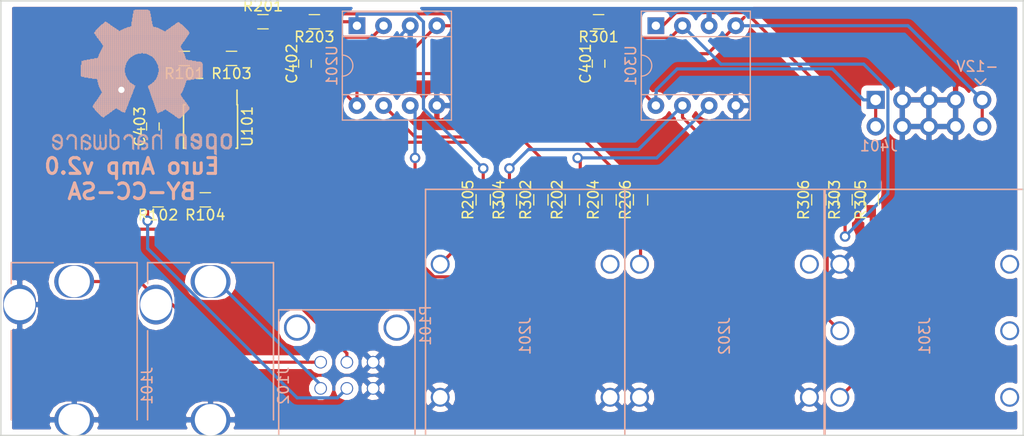
<source format=kicad_pcb>
(kicad_pcb (version 4) (host pcbnew 4.0.6)
  (title_block (title "Eurorack Headphones") (rev 2.0))
  (layers (0 F.Cu signal hide) (31 B.Cu signal hide) (34 B.Paste user hide) (35 F.Paste user hide) (36 B.SilkS user) (37 F.SilkS user) (38 B.Mask user hide) (39 F.Mask user hide) (44 Edge.Cuts user))
  (net 0 "")
  (net 1 +12V)
  (net 2 -12V)
  (net 3 GND)
  (net 4 "Net-(J101-Pad1)")
  (net 5 "Net-(J102-Pad1)")
  (net 6 "Net-(J301-Pad5)")
  (net 7 "Net-(J301-Pad4)")
  (net 8 "Net-(J301-Pad1)")
  (net 9 "Net-(J301-Pad3)")
  (net 10 "Net-(J301-Pad6)")
  (net 11 "Net-(P101-Pad2)")
  (net 12 "Net-(P101-Pad5)")
  (net 13 "Net-(R101-Pad1)")
  (net 14 "Net-(R102-Pad1)")
  (net 15 /Left)
  (net 16 /Right)
  (net 17 "Net-(R201-Pad1)")
  (net 18 "Net-(R202-Pad1)")
  (net 19 "Net-(R203-Pad1)")
  (net 20 "Net-(R204-Pad1)")
  (net 21 "Net-(J201-Pad1)")
  (net 22 "Net-(J202-Pad1)")
  (net 23 "Net-(R301-Pad1)")
  (net 24 "Net-(R302-Pad1)")
  (net 25 "Net-(R303-Pad1)")
  (net 26 "Net-(R304-Pad1)")
  (net 27 "Net-(J201-Pad2)")
  (net 28 "Net-(J202-Pad2)")
  (module Capacitors_SMD:C_0603_HandSoldering (layer F.Cu) (at 161.5 49.5 90)
    (fp_text reference C401 (at 0 -1.25 90) (layer F.SilkS))
    (fp_text value 0.1uF)
    (pad 1 smd rect (at -0.95 0 90) (size 1.2 0.75) (layers F.Cu F.Paste F.Mask) (net 1 +12V))
    (pad 2 smd rect (at 0.95 0 90) (size 1.2 0.75) (layers F.Cu F.Paste F.Mask) (net 2 -12V))
  )
  (module Capacitors_SMD:C_0603_HandSoldering (layer F.Cu) (at 133.5 49.5 90)
    (fp_text reference C402 (at 0 -1.25 90) (layer F.SilkS))
    (fp_text value 0.1uF)
    (pad 1 smd rect (at -0.95 0 90) (size 1.2 0.75) (layers F.Cu F.Paste F.Mask) (net 1 +12V))
    (pad 2 smd rect (at 0.95 0 90) (size 1.2 0.75) (layers F.Cu F.Paste F.Mask) (net 2 -12V))
  )
  (module Capacitors_SMD:C_0603_HandSoldering (layer F.Cu) (at 119 55.5 90)
    (fp_text reference C403 (at 0 -1.25 90) (layer F.SilkS))
    (fp_text value 0.1uF)
    (pad 1 smd rect (at -0.95 0 90) (size 1.2 0.75) (layers F.Cu F.Paste F.Mask) (net 1 +12V))
    (pad 2 smd rect (at 0.95 0 90) (size 1.2 0.75) (layers F.Cu F.Paste F.Mask) (net 2 -12V))
  )
  (module Russell:Neutrick_NMJ4HHD2 (layer B.Cu) (at 154.5 75 270)
    (fp_text reference J201 (at 0.5 0 270) (layer B.SilkS) (effects (justify mirror)))
    (fp_text value JACK_2P hide)
    (pad 2 thru_hole circle (at -6.35 -8.1 270) (size 1.8 1.8) (drill 1.4) (layers *.Cu *.Mask) (net 27 "Net-(J201-Pad2)"))
    (pad 1 thru_hole circle (at -6.35 8.1 270) (size 1.8 1.8) (drill 1.4) (layers *.Cu *.Mask) (net 21 "Net-(J201-Pad1)"))
    (pad 3 thru_hole circle (at 6.35 -8.1 270) (size 1.8 1.8) (drill 1.4) (layers *.Cu *.Mask) (net 3 GND))
    (pad 3 thru_hole circle (at 6.35 8.1 270) (size 1.8 1.8) (drill 1.4) (layers *.Cu *.Mask) (net 3 GND))
  )
  (module Russell:Neutrick_NMJ4HHD2 (layer B.Cu) (at 173.5 75 270)
    (fp_text reference J202 (at 0.5 0 270) (layer B.SilkS) (effects (justify mirror)))
    (fp_text value JACK_2P hide)
    (pad 2 thru_hole circle (at -6.35 -8.1 270) (size 1.8 1.8) (drill 1.4) (layers *.Cu *.Mask) (net 28 "Net-(J202-Pad2)"))
    (pad 1 thru_hole circle (at -6.35 8.1 270) (size 1.8 1.8) (drill 1.4) (layers *.Cu *.Mask) (net 22 "Net-(J202-Pad1)"))
    (pad 3 thru_hole circle (at 6.35 -8.1 270) (size 1.8 1.8) (drill 1.4) (layers *.Cu *.Mask) (net 3 GND))
    (pad 3 thru_hole circle (at 6.35 8.1 270) (size 1.8 1.8) (drill 1.4) (layers *.Cu *.Mask) (net 3 GND))
  )
  (module Russell:Neutrick_NMJ4HFD2 (layer B.Cu) (at 192.6 75 270)
    (fp_text reference J301 (at 0.5 0 270) (layer B.SilkS) (effects (justify mirror)))
    (fp_text value JACK_TRS_6PINS hide)
    (pad 5 thru_hole circle (at -6.35 -8.1 270) (size 1.8 1.8) (drill 1.4) (layers *.Cu *.Mask) (net 6 "Net-(J301-Pad5)"))
    (pad 2 thru_hole circle (at -6.35 8.1 270) (size 1.8 1.8) (drill 1.4) (layers *.Cu *.Mask) (net 3 GND))
    (pad 4 thru_hole circle (at 6.35 -8.1 270) (size 1.8 1.8) (drill 1.4) (layers *.Cu *.Mask) (net 7 "Net-(J301-Pad4)"))
    (pad 1 thru_hole circle (at 6.35 8.1 270) (size 1.8 1.8) (drill 1.4) (layers *.Cu *.Mask) (net 8 "Net-(J301-Pad1)"))
    (pad 3 thru_hole circle (at 0 8.1 270) (size 1.8 1.8) (drill 1.4) (layers *.Cu *.Mask) (net 9 "Net-(J301-Pad3)"))
    (pad 6 thru_hole circle (at 0 -8.1 270) (size 1.8 1.8) (drill 1.4) (layers *.Cu *.Mask) (net 10 "Net-(J301-Pad6)"))
  )
  (module eurorack:EurorackPower10 (layer B.Cu) (at 187.92 52.96)
    (fp_text reference J401 (at 0.3 4.4) (layer B.SilkS) (effects (justify mirror)))
    (fp_text value EurorackPower hide)
    (fp_text user -12V (at 9.7 -3.2) (layer B.SilkS) (effects (justify mirror)))
    (pad 1 thru_hole rect (at 0 0) (size 1.7272 1.7272) (drill 1.016) (layers *.Cu *.Mask) (net 1 +12V))
    (pad 1 thru_hole oval (at 0 2.54) (size 1.7272 1.7272) (drill 1.016) (layers *.Cu *.Mask) (net 1 +12V))
    (pad 2 thru_hole oval (at 2.54 0) (size 1.7272 1.7272) (drill 1.016) (layers *.Cu *.Mask) (net 3 GND))
    (pad 2 thru_hole oval (at 2.54 2.54) (size 1.7272 1.7272) (drill 1.016) (layers *.Cu *.Mask) (net 3 GND))
    (pad 2 thru_hole oval (at 5.08 0) (size 1.7272 1.7272) (drill 1.016) (layers *.Cu *.Mask) (net 3 GND))
    (pad 2 thru_hole oval (at 5.08 2.54) (size 1.7272 1.7272) (drill 1.016) (layers *.Cu *.Mask) (net 3 GND))
    (pad 2 thru_hole oval (at 7.62 0) (size 1.7272 1.7272) (drill 1.016) (layers *.Cu *.Mask) (net 3 GND))
    (pad 2 thru_hole oval (at 7.62 2.54) (size 1.7272 1.7272) (drill 1.016) (layers *.Cu *.Mask) (net 3 GND))
    (pad 3 thru_hole oval (at 10.16 0) (size 1.7272 1.7272) (drill 1.016) (layers *.Cu *.Mask) (net 2 -12V))
    (pad 3 thru_hole oval (at 10.16 2.54) (size 1.7272 1.7272) (drill 1.016) (layers *.Cu *.Mask) (net 2 -12V))
  )
  (module Russell:ALPS_RK09_Horizontal (layer B.Cu) (at 137.5 78 270)
    (fp_text reference P101 (at -3.5 -7.5 270) (layer B.SilkS) (effects (justify mirror)))
    (fp_text value "POT_Dual 50k")
    (pad "" thru_hole circle (at -3.3 4.75 270) (size 2.5 2.5) (drill 2) (layers *.Cu *.Mask))
    (pad "" thru_hole circle (at -3.3 -4.75 270) (size 2.5 2.5) (drill 2) (layers *.Cu *.Mask))
    (pad 2 thru_hole circle (at 0 0 270) (size 1.2 1.2) (drill 1) (layers *.Cu *.Mask) (net 11 "Net-(P101-Pad2)"))
    (pad 1 thru_hole circle (at 0 2.5 270) (size 1.2 1.2) (drill 1) (layers *.Cu *.Mask) (net 4 "Net-(J101-Pad1)"))
    (pad 4 thru_hole circle (at 2.5 2.5 270) (size 1.2 1.2) (drill 1) (layers *.Cu *.Mask) (net 5 "Net-(J102-Pad1)"))
    (pad 5 thru_hole circle (at 2.5 0 270) (size 1.2 1.2) (drill 1) (layers *.Cu *.Mask) (net 12 "Net-(P101-Pad5)"))
    (pad 6 thru_hole circle (at 2.5 -2.5 270) (size 1.2 1.2) (drill 1) (layers *.Cu *.Mask) (net 3 GND))
    (pad 3 thru_hole circle (at 0 -2.5 270) (size 1.2 1.2) (drill 1) (layers *.Cu *.Mask) (net 3 GND))
  )
  (module Resistors_SMD:R_0603_HandSoldering (layer F.Cu) (at 122 49 180)
    (fp_text reference R101 (at 0 -1.45 180) (layer F.SilkS))
    (fp_text value 200k)
    (pad 1 smd rect (at -1.1 0 180) (size 1.2 0.9) (layers F.Cu F.Paste F.Mask) (net 13 "Net-(R101-Pad1)"))
    (pad 2 smd rect (at 1.1 0 180) (size 1.2 0.9) (layers F.Cu F.Paste F.Mask) (net 11 "Net-(P101-Pad2)"))
  )
  (module Resistors_SMD:R_0603_HandSoldering (layer F.Cu) (at 119.5 62.5 180)
    (fp_text reference R102 (at 0 -1.45 180) (layer F.SilkS))
    (fp_text value 200k hide)
    (pad 1 smd rect (at -1.1 0 180) (size 1.2 0.9) (layers F.Cu F.Paste F.Mask) (net 14 "Net-(R102-Pad1)"))
    (pad 2 smd rect (at 1.1 0 180) (size 1.2 0.9) (layers F.Cu F.Paste F.Mask) (net 12 "Net-(P101-Pad5)"))
  )
  (module Resistors_SMD:R_0603_HandSoldering (layer F.Cu) (at 126.5 49 180)
    (fp_text reference R103 (at 0 -1.45 180) (layer F.SilkS))
    (fp_text value 100k)
    (pad 1 smd rect (at -1.1 0 180) (size 1.2 0.9) (layers F.Cu F.Paste F.Mask) (net 15 /Left))
    (pad 2 smd rect (at 1.1 0 180) (size 1.2 0.9) (layers F.Cu F.Paste F.Mask) (net 13 "Net-(R101-Pad1)"))
  )
  (module Resistors_SMD:R_0603_HandSoldering (layer F.Cu) (at 124 62.5 180)
    (fp_text reference R104 (at 0 -1.45 180) (layer F.SilkS))
    (fp_text value 100k)
    (pad 1 smd rect (at -1.1 0 180) (size 1.2 0.9) (layers F.Cu F.Paste F.Mask) (net 16 /Right))
    (pad 2 smd rect (at 1.1 0 180) (size 1.2 0.9) (layers F.Cu F.Paste F.Mask) (net 14 "Net-(R102-Pad1)"))
  )
  (module Resistors_SMD:R_0603_HandSoldering (layer F.Cu) (at 129.5 45.5 180)
    (fp_text reference R201 (at 0 1.5 180) (layer F.SilkS))
    (fp_text value 100k)
    (pad 1 smd rect (at -1.1 0 180) (size 1.2 0.9) (layers F.Cu F.Paste F.Mask) (net 17 "Net-(R201-Pad1)"))
    (pad 2 smd rect (at 1.1 0 180) (size 1.2 0.9) (layers F.Cu F.Paste F.Mask) (net 15 /Left))
  )
  (module Resistors_SMD:R_0603_HandSoldering (layer F.Cu) (at 159 62.5 90)
    (fp_text reference R202 (at 0 -1.45 90) (layer F.SilkS))
    (fp_text value 100k)
    (pad 1 smd rect (at -1.1 0 90) (size 1.2 0.9) (layers F.Cu F.Paste F.Mask) (net 18 "Net-(R202-Pad1)"))
    (pad 2 smd rect (at 1.1 0 90) (size 1.2 0.9) (layers F.Cu F.Paste F.Mask) (net 16 /Right))
  )
  (module Resistors_SMD:R_0603_HandSoldering (layer F.Cu) (at 134.4 45.5 180)
    (fp_text reference R203 (at 0 -1.45 180) (layer F.SilkS))
    (fp_text value 100k)
    (pad 1 smd rect (at -1.1 0 180) (size 1.2 0.9) (layers F.Cu F.Paste F.Mask) (net 19 "Net-(R203-Pad1)"))
    (pad 2 smd rect (at 1.1 0 180) (size 1.2 0.9) (layers F.Cu F.Paste F.Mask) (net 17 "Net-(R201-Pad1)"))
  )
  (module Resistors_SMD:R_0603_HandSoldering (layer F.Cu) (at 162.5 62.5 270)
    (fp_text reference R204 (at 0 1.5 270) (layer F.SilkS))
    (fp_text value 100k)
    (pad 1 smd rect (at -1.1 0 270) (size 1.2 0.9) (layers F.Cu F.Paste F.Mask) (net 20 "Net-(R204-Pad1)"))
    (pad 2 smd rect (at 1.1 0 270) (size 1.2 0.9) (layers F.Cu F.Paste F.Mask) (net 18 "Net-(R202-Pad1)"))
  )
  (module Resistors_SMD:R_0603_HandSoldering (layer F.Cu) (at 150.5 62.5 90)
    (fp_text reference R205 (at 0 -1.45 90) (layer F.SilkS))
    (fp_text value 1k)
    (pad 1 smd rect (at -1.1 0 90) (size 1.2 0.9) (layers F.Cu F.Paste F.Mask) (net 21 "Net-(J201-Pad1)"))
    (pad 2 smd rect (at 1.1 0 90) (size 1.2 0.9) (layers F.Cu F.Paste F.Mask) (net 19 "Net-(R203-Pad1)"))
  )
  (module Resistors_SMD:R_0603_HandSoldering (layer F.Cu) (at 165.5 62.5 90)
    (fp_text reference R206 (at 0 -1.45 90) (layer F.SilkS))
    (fp_text value 1k)
    (pad 1 smd rect (at -1.1 0 90) (size 1.2 0.9) (layers F.Cu F.Paste F.Mask) (net 22 "Net-(J202-Pad1)"))
    (pad 2 smd rect (at 1.1 0 90) (size 1.2 0.9) (layers F.Cu F.Paste F.Mask) (net 20 "Net-(R204-Pad1)"))
  )
  (module Resistors_SMD:R_0603_HandSoldering (layer F.Cu) (at 161.5 45.5 180)
    (fp_text reference R301 (at 0 -1.45 180) (layer F.SilkS))
    (fp_text value 200k)
    (pad 1 smd rect (at -1.1 0 180) (size 1.2 0.9) (layers F.Cu F.Paste F.Mask) (net 23 "Net-(R301-Pad1)"))
    (pad 2 smd rect (at 1.1 0 180) (size 1.2 0.9) (layers F.Cu F.Paste F.Mask) (net 15 /Left))
  )
  (module Resistors_SMD:R_0603_HandSoldering (layer F.Cu) (at 156 62.5 90)
    (fp_text reference R302 (at 0 -1.45 90) (layer F.SilkS))
    (fp_text value 200k)
    (pad 1 smd rect (at -1.1 0 90) (size 1.2 0.9) (layers F.Cu F.Paste F.Mask) (net 24 "Net-(R302-Pad1)"))
    (pad 2 smd rect (at 1.1 0 90) (size 1.2 0.9) (layers F.Cu F.Paste F.Mask) (net 16 /Right))
  )
  (module Resistors_SMD:R_0603_HandSoldering (layer F.Cu) (at 185 62.5 270)
    (fp_text reference R303 (at 0 1 270) (layer F.SilkS))
    (fp_text value 100k)
    (pad 1 smd rect (at -1.1 0 270) (size 1.2 0.9) (layers F.Cu F.Paste F.Mask) (net 25 "Net-(R303-Pad1)"))
    (pad 2 smd rect (at 1.1 0 270) (size 1.2 0.9) (layers F.Cu F.Paste F.Mask) (net 23 "Net-(R301-Pad1)"))
  )
  (module Resistors_SMD:R_0603_HandSoldering (layer F.Cu) (at 153 62.5 270)
    (fp_text reference R304 (at 0 1 270) (layer F.SilkS))
    (fp_text value 100k)
    (pad 1 smd rect (at -1.1 0 270) (size 1.2 0.9) (layers F.Cu F.Paste F.Mask) (net 26 "Net-(R304-Pad1)"))
    (pad 2 smd rect (at 1.1 0 270) (size 1.2 0.9) (layers F.Cu F.Paste F.Mask) (net 24 "Net-(R302-Pad1)"))
  )
  (module Resistors_SMD:R_0603_HandSoldering (layer F.Cu) (at 187.5 62.5 90)
    (fp_text reference R305 (at 0 -1 90) (layer F.SilkS))
    (fp_text value 100)
    (pad 1 smd rect (at -1.1 0 90) (size 1.2 0.9) (layers F.Cu F.Paste F.Mask) (net 8 "Net-(J301-Pad1)"))
    (pad 2 smd rect (at 1.1 0 90) (size 1.2 0.9) (layers F.Cu F.Paste F.Mask) (net 25 "Net-(R303-Pad1)"))
  )
  (module Resistors_SMD:R_0603_HandSoldering (layer F.Cu) (at 182.5 62.5 90)
    (fp_text reference R306 (at 0 -1.45 90) (layer F.SilkS))
    (fp_text value 100)
    (pad 1 smd rect (at -1.1 0 90) (size 1.2 0.9) (layers F.Cu F.Paste F.Mask) (net 9 "Net-(J301-Pad3)"))
    (pad 2 smd rect (at 1.1 0 90) (size 1.2 0.9) (layers F.Cu F.Paste F.Mask) (net 26 "Net-(R304-Pad1)"))
  )
  (module Housings_DIP:DIP-8_W7.62mm_Socket (layer B.Cu) (at 138.46 45.88 270)
    (fp_text reference U201 (at 3.81 2.39 270) (layer B.SilkS) (effects (justify mirror)))
    (fp_text value TL072)
    (pad 1 thru_hole rect (at 0 0 270) (size 1.6 1.6) (drill 0.8) (layers *.Cu *.Mask) (net 19 "Net-(R203-Pad1)"))
    (pad 5 thru_hole oval (at 7.62 -7.62 270) (size 1.6 1.6) (drill 0.8) (layers *.Cu *.Mask) (net 3 GND))
    (pad 2 thru_hole oval (at 0 -2.54 270) (size 1.6 1.6) (drill 0.8) (layers *.Cu *.Mask) (net 17 "Net-(R201-Pad1)"))
    (pad 6 thru_hole oval (at 7.62 -5.08 270) (size 1.6 1.6) (drill 0.8) (layers *.Cu *.Mask) (net 18 "Net-(R202-Pad1)"))
    (pad 3 thru_hole oval (at 0 -5.08 270) (size 1.6 1.6) (drill 0.8) (layers *.Cu *.Mask) (net 3 GND))
    (pad 7 thru_hole oval (at 7.62 -2.54 270) (size 1.6 1.6) (drill 0.8) (layers *.Cu *.Mask) (net 20 "Net-(R204-Pad1)"))
    (pad 4 thru_hole oval (at 0 -7.62 270) (size 1.6 1.6) (drill 0.8) (layers *.Cu *.Mask) (net 2 -12V))
    (pad 8 thru_hole oval (at 7.62 0 270) (size 1.6 1.6) (drill 0.8) (layers *.Cu *.Mask) (net 1 +12V))
  )
  (module Housings_DIP:DIP-8_W7.62mm_Socket (layer B.Cu) (at 166.96 45.88 270)
    (fp_text reference U301 (at 3.81 2.39 270) (layer B.SilkS) (effects (justify mirror)))
    (fp_text value TL072)
    (pad 1 thru_hole rect (at 0 0 270) (size 1.6 1.6) (drill 0.8) (layers *.Cu *.Mask) (net 25 "Net-(R303-Pad1)"))
    (pad 5 thru_hole oval (at 7.62 -7.62 270) (size 1.6 1.6) (drill 0.8) (layers *.Cu *.Mask) (net 3 GND))
    (pad 2 thru_hole oval (at 0 -2.54 270) (size 1.6 1.6) (drill 0.8) (layers *.Cu *.Mask) (net 23 "Net-(R301-Pad1)"))
    (pad 6 thru_hole oval (at 7.62 -5.08 270) (size 1.6 1.6) (drill 0.8) (layers *.Cu *.Mask) (net 24 "Net-(R302-Pad1)"))
    (pad 3 thru_hole oval (at 0 -5.08 270) (size 1.6 1.6) (drill 0.8) (layers *.Cu *.Mask) (net 3 GND))
    (pad 7 thru_hole oval (at 7.62 -2.54 270) (size 1.6 1.6) (drill 0.8) (layers *.Cu *.Mask) (net 26 "Net-(R304-Pad1)"))
    (pad 4 thru_hole oval (at 0 -7.62 270) (size 1.6 1.6) (drill 0.8) (layers *.Cu *.Mask) (net 2 -12V))
    (pad 8 thru_hole oval (at 7.62 0 270) (size 1.6 1.6) (drill 0.8) (layers *.Cu *.Mask) (net 1 +12V))
  )
  (module Housings_SOIC:SOIC-8_3.9x4.9mm_Pitch1.27mm (layer F.Cu) (at 124.5 55.5 270)
    (fp_text reference U101 (at 0 -3.5 270) (layer F.SilkS))
    (fp_text value TL072)
    (pad 1 smd rect (at -2.7 -1.905 270) (size 1.55 0.6) (layers F.Cu F.Paste F.Mask) (net 15 /Left))
    (pad 2 smd rect (at -2.7 -0.635 270) (size 1.55 0.6) (layers F.Cu F.Paste F.Mask) (net 13 "Net-(R101-Pad1)"))
    (pad 3 smd rect (at -2.7 0.635 270) (size 1.55 0.6) (layers F.Cu F.Paste F.Mask) (net 3 GND))
    (pad 4 smd rect (at -2.7 1.905 270) (size 1.55 0.6) (layers F.Cu F.Paste F.Mask) (net 2 -12V))
    (pad 5 smd rect (at 2.7 1.905 270) (size 1.55 0.6) (layers F.Cu F.Paste F.Mask) (net 3 GND))
    (pad 6 smd rect (at 2.7 0.635 270) (size 1.55 0.6) (layers F.Cu F.Paste F.Mask) (net 14 "Net-(R102-Pad1)"))
    (pad 7 smd rect (at 2.7 -0.635 270) (size 1.55 0.6) (layers F.Cu F.Paste F.Mask) (net 16 /Right))
    (pad 8 smd rect (at 2.7 -1.905 270) (size 1.55 0.6) (layers F.Cu F.Paste F.Mask) (net 1 +12V))
  )
  (module eurorack:Jack.PJ302M (layer B.Cu) (at 111.5 83.5 270)
    (fp_text reference J101 (at -3.25 -6.95 270) (layer B.SilkS) (effects (justify mirror)))
    (fp_text value JACK_2P hide)
    (pad 3 thru_hole oval (at 0 0 270) (size 3.1 3.8) (drill 3) (layers *.Cu *.Mask) (net 3 GND))
    (pad 1 thru_hole oval (at -13.2 0 270) (size 3.1 3.8) (drill 3) (layers *.Cu *.Mask) (net 4 "Net-(J101-Pad1)"))
    (pad 2 thru_hole oval (at -11 5.2 270) (size 3.8 3.1) (drill 3) (layers *.Cu *.Mask) (net 3 GND))
  )
  (module eurorack:Jack.PJ302M (layer B.Cu) (at 124.5 83.5 270)
    (fp_text reference J102 (at -3.25 -6.95 270) (layer B.SilkS) (effects (justify mirror)))
    (fp_text value JACK_2P hide)
    (pad 3 thru_hole oval (at 0 0 270) (size 3.1 3.8) (drill 3) (layers *.Cu *.Mask) (net 3 GND))
    (pad 1 thru_hole oval (at -13.2 0 270) (size 3.1 3.8) (drill 3) (layers *.Cu *.Mask) (net 5 "Net-(J102-Pad1)"))
    (pad 2 thru_hole oval (at -11 5.2 270) (size 3.8 3.1) (drill 3) (layers *.Cu *.Mask) (net 4 "Net-(J101-Pad1)"))
  )
  (module OPENHARDWARE:OSHWLOGO0.75IN (layer B.Cu) (at 127.5 42 180)
    (fp_text reference G*** hide)
    (fp_text value LOGO hide)
  )
  (gr_text "Euro Amp v2.0\nBY-CC-SA" (at 117 60.5) (layer B.SilkS) (effects (font (size 1.5 1.5) (thickness 0.3)) (justify mirror)))
  (gr_line (start 104.5 85) (end 202 85) (layer Edge.Cuts) (width 0.15))
  (gr_line (start 104.5 43.5) (end 104.5 85) (layer Edge.Cuts) (width 0.15))
  (gr_line (start 202 43.5) (end 104.5 43.5) (layer Edge.Cuts) (width 0.15))
  (gr_line (start 202 85) (end 202 43.5) (layer Edge.Cuts) (width 0.15))
  (segment (start 138.46 50.54) (end 138.55 50.45) (width 0.3) (layer F.Cu) (net 1))
  (segment (start 138.55 50.45) (end 161.5 50.45) (width 0.3) (layer F.Cu) (net 1))
  (segment (start 138.46 53.5) (end 138.46 50.54) (width 0.3) (layer F.Cu) (net 1))
  (segment (start 169 50) (end 183.7964 50) (width 0.3) (layer B.Cu) (net 1))
  (segment (start 183.7964 50) (end 186.7564 52.96) (width 0.3) (layer B.Cu) (net 1))
  (segment (start 186.7564 52.96) (end 187.92 52.96) (width 0.3) (layer B.Cu) (net 1))
  (segment (start 167 52) (end 169 50) (width 0.3) (layer B.Cu) (net 1))
  (segment (start 167 52.32863) (end 167 52) (width 0.3) (layer B.Cu) (net 1))
  (segment (start 166.96 53.5) (end 166.96 52.36863) (width 0.3) (layer B.Cu) (net 1))
  (segment (start 166.96 52.36863) (end 167 52.32863) (width 0.3) (layer B.Cu) (net 1))
  (segment (start 187.92 52.96) (end 187.92 55.5) (width 0.3) (layer F.Cu) (net 1))
  (segment (start 161.5 50.45) (end 163.91 50.45) (width 0.3) (layer F.Cu) (net 1))
  (segment (start 163.91 50.45) (end 166.96 53.5) (width 0.3) (layer F.Cu) (net 1))
  (segment (start 133.5 50.45) (end 135.41 50.45) (width 0.3) (layer F.Cu) (net 1))
  (segment (start 135.41 50.45) (end 138.46 53.5) (width 0.3) (layer F.Cu) (net 1))
  (segment (start 126.405 58.2) (end 126.405 57.725) (width 0.3) (layer F.Cu) (net 1))
  (segment (start 133.5 50.63) (end 133.5 50.45) (width 0.3) (layer F.Cu) (net 1))
  (segment (start 126.405 57.725) (end 133.5 50.63) (width 0.3) (layer F.Cu) (net 1))
  (segment (start 119 56.45) (end 125.13 56.45) (width 0.3) (layer F.Cu) (net 1))
  (segment (start 125.13 56.45) (end 126.405 57.725) (width 0.3) (layer F.Cu) (net 1))
  (segment (start 198.08 52.96) (end 198.08 55.5) (width 0.3) (layer F.Cu) (net 2))
  (segment (start 174.58 45.88) (end 191 45.88) (width 0.3) (layer B.Cu) (net 2))
  (segment (start 191 45.88) (end 198.08 52.96) (width 0.3) (layer B.Cu) (net 2))
  (segment (start 174.58 45.88) (end 175.379999 45.080001) (width 0.3) (layer F.Cu) (net 2))
  (segment (start 161.5 48.55) (end 171.91 48.55) (width 0.3) (layer F.Cu) (net 2))
  (segment (start 171.91 48.55) (end 174.58 45.88) (width 0.3) (layer F.Cu) (net 2))
  (segment (start 151.38 45.88) (end 154.05 48.55) (width 0.3) (layer F.Cu) (net 2))
  (segment (start 154.05 48.55) (end 161.5 48.55) (width 0.3) (layer F.Cu) (net 2))
  (segment (start 146.08 45.88) (end 151.38 45.88) (width 0.3) (layer F.Cu) (net 2))
  (segment (start 133.5 48.55) (end 143.41 48.55) (width 0.3) (layer F.Cu) (net 2))
  (segment (start 143.41 48.55) (end 146.08 45.88) (width 0.3) (layer F.Cu) (net 2))
  (segment (start 122.595 52.8) (end 122.595 53.875) (width 0.3) (layer F.Cu) (net 2))
  (segment (start 122.595 53.875) (end 122.597401 53.877401) (width 0.3) (layer F.Cu) (net 2))
  (segment (start 122.597401 53.877401) (end 127.497599 53.877401) (width 0.3) (layer F.Cu) (net 2))
  (segment (start 127.497599 53.877401) (end 132.825 48.55) (width 0.3) (layer F.Cu) (net 2))
  (segment (start 132.825 48.55) (end 133.5 48.55) (width 0.3) (layer F.Cu) (net 2))
  (segment (start 122.595 52.8) (end 122.595 52.325) (width 0.3) (layer F.Cu) (net 2))
  (segment (start 119 54.55) (end 121.32 54.55) (width 0.3) (layer F.Cu) (net 2))
  (segment (start 121.32 54.55) (end 122.595 53.275) (width 0.3) (layer F.Cu) (net 2))
  (segment (start 122.595 53.275) (end 122.595 52.8) (width 0.3) (layer F.Cu) (net 2))
  (segment (start 119 49) (end 116 52) (width 0.3) (layer B.Cu) (net 3))
  (via (at 116 52) (size 1) (drill 0.6) (layers F.Cu B.Cu) (net 3))
  (segment (start 129.5 49) (end 119 49) (width 0.3) (layer B.Cu) (net 3))
  (segment (start 142.740001 47.759999) (end 141.5 49) (width 0.3) (layer B.Cu) (net 3))
  (segment (start 141.5 49) (end 129.5 49) (width 0.3) (layer B.Cu) (net 3))
  (segment (start 143.54 45.88) (end 142.740001 46.679999) (width 0.3) (layer B.Cu) (net 3))
  (segment (start 142.740001 46.679999) (end 142.740001 47.759999) (width 0.3) (layer B.Cu) (net 3))
  (segment (start 119.3 72.5) (end 120.85 72.5) (width 0.3) (layer F.Cu) (net 4))
  (segment (start 120.85 72.5) (end 126.35 78) (width 0.3) (layer F.Cu) (net 4))
  (segment (start 126.35 78) (end 134.151472 78) (width 0.3) (layer F.Cu) (net 4))
  (segment (start 134.151472 78) (end 135 78) (width 0.3) (layer F.Cu) (net 4))
  (segment (start 111.5 70.3) (end 117.75 70.3) (width 0.3) (layer F.Cu) (net 4))
  (segment (start 117.75 70.3) (end 119.3 71.85) (width 0.3) (layer F.Cu) (net 4))
  (segment (start 119.3 71.85) (end 119.3 72.5) (width 0.3) (layer F.Cu) (net 4))
  (segment (start 124.5 70.3) (end 125.15 70.3) (width 0.3) (layer B.Cu) (net 5))
  (segment (start 125.15 70.3) (end 135 80.15) (width 0.3) (layer B.Cu) (net 5))
  (segment (start 135 80.15) (end 135 80.5) (width 0.3) (layer B.Cu) (net 5))
  (segment (start 184.5 81.35) (end 187.5 78.35) (width 0.3) (layer F.Cu) (net 8))
  (segment (start 187.5 78.35) (end 187.5 63.6) (width 0.3) (layer F.Cu) (net 8))
  (segment (start 184.5 75) (end 183.297599 73.797599) (width 0.3) (layer F.Cu) (net 9))
  (segment (start 182.5 64.5) (end 182.5 63.6) (width 0.3) (layer F.Cu) (net 9))
  (segment (start 183.297599 73.797599) (end 183.297599 65.297599) (width 0.3) (layer F.Cu) (net 9))
  (segment (start 183.297599 65.297599) (end 182.5 64.5) (width 0.3) (layer F.Cu) (net 9))
  (segment (start 108 53.5) (end 112.5 49) (width 0.3) (layer F.Cu) (net 11))
  (segment (start 112.5 49) (end 120.9 49) (width 0.3) (layer F.Cu) (net 11))
  (segment (start 108 61.5) (end 108 53.5) (width 0.3) (layer F.Cu) (net 11))
  (segment (start 111.802401 65.302401) (end 108 61.5) (width 0.3) (layer F.Cu) (net 11))
  (segment (start 137.5 78) (end 137.5 77.151472) (width 0.3) (layer F.Cu) (net 11))
  (segment (start 137.5 77.151472) (end 125.650929 65.302401) (width 0.3) (layer F.Cu) (net 11))
  (segment (start 125.650929 65.302401) (end 111.802401 65.302401) (width 0.3) (layer F.Cu) (net 11))
  (segment (start 118.5 64.5) (end 118.5 62.6) (width 0.3) (layer F.Cu) (net 12))
  (segment (start 118.5 62.6) (end 118.4 62.5) (width 0.3) (layer F.Cu) (net 12))
  (segment (start 137.5 80.5) (end 136.597599 81.402401) (width 0.3) (layer B.Cu) (net 12))
  (segment (start 136.597599 81.402401) (end 132.756962 81.402401) (width 0.3) (layer B.Cu) (net 12))
  (segment (start 132.756962 81.402401) (end 118.5 67.145439) (width 0.3) (layer B.Cu) (net 12))
  (segment (start 118.5 67.145439) (end 118.5 64.5) (width 0.3) (layer B.Cu) (net 12))
  (via (at 118.5 64.5) (size 1) (drill 0.6) (layers F.Cu B.Cu) (net 12))
  (segment (start 125.4 49) (end 125.4 52.535) (width 0.3) (layer F.Cu) (net 13))
  (segment (start 125.4 52.535) (end 125.135 52.8) (width 0.3) (layer F.Cu) (net 13))
  (segment (start 123.1 49) (end 125.4 49) (width 0.3) (layer F.Cu) (net 13))
  (segment (start 122.9 62.5) (end 122.9 61.75) (width 0.3) (layer F.Cu) (net 14))
  (segment (start 122.9 61.75) (end 123.865 60.785) (width 0.3) (layer F.Cu) (net 14))
  (segment (start 123.865 60.785) (end 123.865 59.275) (width 0.3) (layer F.Cu) (net 14))
  (segment (start 123.865 59.275) (end 123.865 58.2) (width 0.3) (layer F.Cu) (net 14))
  (segment (start 120.6 62.5) (end 122.9 62.5) (width 0.3) (layer F.Cu) (net 14))
  (segment (start 160.4 45.5) (end 151.639804 45.5) (width 0.3) (layer F.Cu) (net 15))
  (segment (start 151.639804 45.5) (end 150.887403 44.747599) (width 0.3) (layer F.Cu) (net 15))
  (segment (start 150.887403 44.747599) (end 129.302401 44.747599) (width 0.3) (layer F.Cu) (net 15))
  (segment (start 129.302401 44.747599) (end 128.55 45.5) (width 0.3) (layer F.Cu) (net 15))
  (segment (start 128.55 45.5) (end 128.4 45.5) (width 0.3) (layer F.Cu) (net 15))
  (segment (start 127.6 49) (end 127.6 46.3) (width 0.3) (layer F.Cu) (net 15))
  (segment (start 127.6 46.3) (end 128.4 45.5) (width 0.3) (layer F.Cu) (net 15))
  (segment (start 126.405 52.8) (end 126.405 50.045) (width 0.3) (layer F.Cu) (net 15))
  (segment (start 126.405 50.045) (end 127.45 49) (width 0.3) (layer F.Cu) (net 15))
  (segment (start 127.45 49) (end 127.6 49) (width 0.3) (layer F.Cu) (net 15))
  (segment (start 125.1 62.5) (end 130.5 62.5) (width 0.3) (layer F.Cu) (net 16))
  (segment (start 130.5 62.5) (end 136 57) (width 0.3) (layer F.Cu) (net 16))
  (segment (start 154.5 57) (end 156 58.5) (width 0.3) (layer F.Cu) (net 16))
  (segment (start 136 57) (end 154.5 57) (width 0.3) (layer F.Cu) (net 16))
  (segment (start 156 58.5) (end 156 61.4) (width 0.3) (layer F.Cu) (net 16))
  (segment (start 156 61.4) (end 156.75 61.4) (width 0.3) (layer F.Cu) (net 16))
  (segment (start 156.75 61.4) (end 159 61.4) (width 0.3) (layer F.Cu) (net 16))
  (segment (start 125.1 62.5) (end 125.1 58.235) (width 0.3) (layer F.Cu) (net 16))
  (segment (start 125.1 58.235) (end 125.135 58.2) (width 0.3) (layer F.Cu) (net 16))
  (segment (start 133.3 45.5) (end 133.3 46.25) (width 0.3) (layer F.Cu) (net 17))
  (segment (start 133.3 46.25) (end 134.032401 46.982401) (width 0.3) (layer F.Cu) (net 17))
  (segment (start 134.032401 46.982401) (end 139.897599 46.982401) (width 0.3) (layer F.Cu) (net 17))
  (segment (start 139.897599 46.982401) (end 140.200001 46.679999) (width 0.3) (layer F.Cu) (net 17))
  (segment (start 140.200001 46.679999) (end 141 45.88) (width 0.3) (layer F.Cu) (net 17))
  (segment (start 130.6 45.5) (end 133.3 45.5) (width 0.3) (layer F.Cu) (net 17))
  (segment (start 144 58.5) (end 144 53.96) (width 0.3) (layer B.Cu) (net 18))
  (segment (start 144 53.96) (end 143.54 53.5) (width 0.3) (layer B.Cu) (net 18))
  (segment (start 159 63.6) (end 158.25 63.6) (width 0.3) (layer F.Cu) (net 18))
  (segment (start 158.25 63.6) (end 151.997599 69.852401) (width 0.3) (layer F.Cu) (net 18))
  (segment (start 151.997599 69.852401) (end 145.822847 69.852401) (width 0.3) (layer F.Cu) (net 18))
  (segment (start 145.822847 69.852401) (end 144 68.029554) (width 0.3) (layer F.Cu) (net 18))
  (segment (start 144 68.029554) (end 144 58.5) (width 0.3) (layer F.Cu) (net 18))
  (via (at 144 58.5) (size 1) (drill 0.6) (layers F.Cu B.Cu) (net 18))
  (segment (start 159 63.6) (end 162.5 63.6) (width 0.3) (layer F.Cu) (net 18))
  (segment (start 150.5 59.5) (end 150.5 61.4) (width 0.3) (layer F.Cu) (net 19))
  (segment (start 138.46 45.88) (end 138.46 44.78) (width 0.3) (layer B.Cu) (net 19))
  (segment (start 138.46 44.78) (end 138.462401 44.777599) (width 0.3) (layer B.Cu) (net 19))
  (segment (start 138.462401 44.777599) (end 144.069153 44.777599) (width 0.3) (layer B.Cu) (net 19))
  (segment (start 144.069153 44.777599) (end 144.802401 45.510847) (width 0.3) (layer B.Cu) (net 19))
  (segment (start 144.802401 45.510847) (end 144.802401 53.802401) (width 0.3) (layer B.Cu) (net 19))
  (segment (start 144.802401 53.802401) (end 150.5 59.5) (width 0.3) (layer B.Cu) (net 19))
  (via (at 150.5 59.5) (size 1) (drill 0.6) (layers F.Cu B.Cu) (net 19))
  (segment (start 135.5 45.5) (end 138.08 45.5) (width 0.3) (layer F.Cu) (net 19))
  (segment (start 138.08 45.5) (end 138.46 45.88) (width 0.3) (layer F.Cu) (net 19))
  (segment (start 141 53.5) (end 144 56.5) (width 0.3) (layer F.Cu) (net 20))
  (segment (start 164.75 61.4) (end 165.5 61.4) (width 0.3) (layer F.Cu) (net 20))
  (segment (start 144 56.5) (end 159.85 56.5) (width 0.3) (layer F.Cu) (net 20))
  (segment (start 159.85 56.5) (end 164.75 61.4) (width 0.3) (layer F.Cu) (net 20))
  (segment (start 162.5 61.4) (end 165.5 61.4) (width 0.3) (layer F.Cu) (net 20))
  (segment (start 146.4 68.65) (end 150.5 64.55) (width 0.3) (layer F.Cu) (net 21))
  (segment (start 150.5 64.55) (end 150.5 63.6) (width 0.3) (layer F.Cu) (net 21))
  (segment (start 165.5 63.6) (end 165.5 68.55) (width 0.3) (layer F.Cu) (net 22))
  (segment (start 165.5 68.55) (end 165.4 68.65) (width 0.3) (layer F.Cu) (net 22))
  (segment (start 185 66) (end 185 63.6) (width 0.3) (layer F.Cu) (net 23))
  (segment (start 169.5 45.88) (end 173.16759 49.54759) (width 0.3) (layer B.Cu) (net 23))
  (segment (start 173.16759 49.54759) (end 186.779112 49.54759) (width 0.3) (layer B.Cu) (net 23))
  (segment (start 189.086001 61.913999) (end 185 66) (width 0.3) (layer B.Cu) (net 23))
  (segment (start 186.779112 49.54759) (end 189.086001 51.854479) (width 0.3) (layer B.Cu) (net 23))
  (via (at 185 66) (size 1) (drill 0.6) (layers F.Cu B.Cu) (net 23))
  (segment (start 189.086001 51.854479) (end 189.086001 61.913999) (width 0.3) (layer B.Cu) (net 23))
  (segment (start 169.5 45.88) (end 168.38 47) (width 0.3) (layer F.Cu) (net 23))
  (segment (start 168.38 47) (end 165 47) (width 0.3) (layer F.Cu) (net 23))
  (segment (start 165 47) (end 163.5 45.5) (width 0.3) (layer F.Cu) (net 23))
  (segment (start 163.5 45.5) (end 162.6 45.5) (width 0.3) (layer F.Cu) (net 23))
  (segment (start 159.5 58.5) (end 167.04 58.5) (width 0.3) (layer B.Cu) (net 24))
  (segment (start 167.04 58.5) (end 172.04 53.5) (width 0.3) (layer B.Cu) (net 24))
  (segment (start 156 63.6) (end 156.75 63.6) (width 0.3) (layer F.Cu) (net 24))
  (segment (start 156.75 63.6) (end 158.047599 62.302401) (width 0.3) (layer F.Cu) (net 24))
  (segment (start 158.047599 62.302401) (end 159.691921 62.302401) (width 0.3) (layer F.Cu) (net 24))
  (segment (start 159.752401 62.241921) (end 159.752401 58.752401) (width 0.3) (layer F.Cu) (net 24))
  (segment (start 159.691921 62.302401) (end 159.752401 62.241921) (width 0.3) (layer F.Cu) (net 24))
  (segment (start 159.752401 58.752401) (end 159.5 58.5) (width 0.3) (layer F.Cu) (net 24))
  (via (at 159.5 58.5) (size 1) (drill 0.6) (layers F.Cu B.Cu) (net 24))
  (segment (start 153 63.6) (end 156 63.6) (width 0.3) (layer F.Cu) (net 24))
  (segment (start 185 61.4) (end 185 54.060198) (width 0.3) (layer F.Cu) (net 25))
  (segment (start 168.872408 44.627592) (end 167.62 45.88) (width 0.3) (layer F.Cu) (net 25))
  (segment (start 167.62 45.88) (end 166.96 45.88) (width 0.3) (layer F.Cu) (net 25))
  (segment (start 185 54.060198) (end 175.567394 44.627592) (width 0.3) (layer F.Cu) (net 25))
  (segment (start 175.567394 44.627592) (end 168.872408 44.627592) (width 0.3) (layer F.Cu) (net 25))
  (segment (start 185.75 61.4) (end 187.5 61.4) (width 0.3) (layer F.Cu) (net 25))
  (segment (start 185 61.4) (end 185.75 61.4) (width 0.3) (layer F.Cu) (net 25))
  (segment (start 169.5 53.5) (end 169.5 54.63137) (width 0.3) (layer F.Cu) (net 26))
  (segment (start 169.5 54.63137) (end 176.26863 61.4) (width 0.3) (layer F.Cu) (net 26))
  (segment (start 176.26863 61.4) (end 181.75 61.4) (width 0.3) (layer F.Cu) (net 26))
  (segment (start 181.75 61.4) (end 182.5 61.4) (width 0.3) (layer F.Cu) (net 26))
  (segment (start 153 59.5) (end 154.802401 57.697599) (width 0.3) (layer B.Cu) (net 26))
  (segment (start 154.802401 57.697599) (end 165.302401 57.697599) (width 0.3) (layer B.Cu) (net 26))
  (segment (start 165.302401 57.697599) (end 168.700001 54.299999) (width 0.3) (layer B.Cu) (net 26))
  (segment (start 168.700001 54.299999) (end 169.5 53.5) (width 0.3) (layer B.Cu) (net 26))
  (segment (start 153 61.4) (end 153 59.5) (width 0.3) (layer F.Cu) (net 26))
  (via (at 153 59.5) (size 1) (drill 0.6) (layers F.Cu B.Cu) (net 26))
  (zone (net 3) (net_name GND) (layer F.Cu) (connect_pads (clearance 0.508)) (min_thickness 0.254) (fill yes (arc_segments 16) (thermal_gap 0.508) (thermal_bridge_width 0.508))
    (polygon (pts (xy 202 43.5) (xy 202 85) (xy 105 85) (xy 105 43.5)))
  )
  (zone (net 3) (net_name GND) (layer B.Cu) (connect_pads (clearance 0.508)) (min_thickness 0.254) (fill yes (arc_segments 16) (thermal_gap 0.508) (thermal_bridge_width 0.508))
    (polygon (pts (xy 202 43.5) (xy 202 85) (xy 105 85) (xy 105 43.5)))
  )
)
</source>
